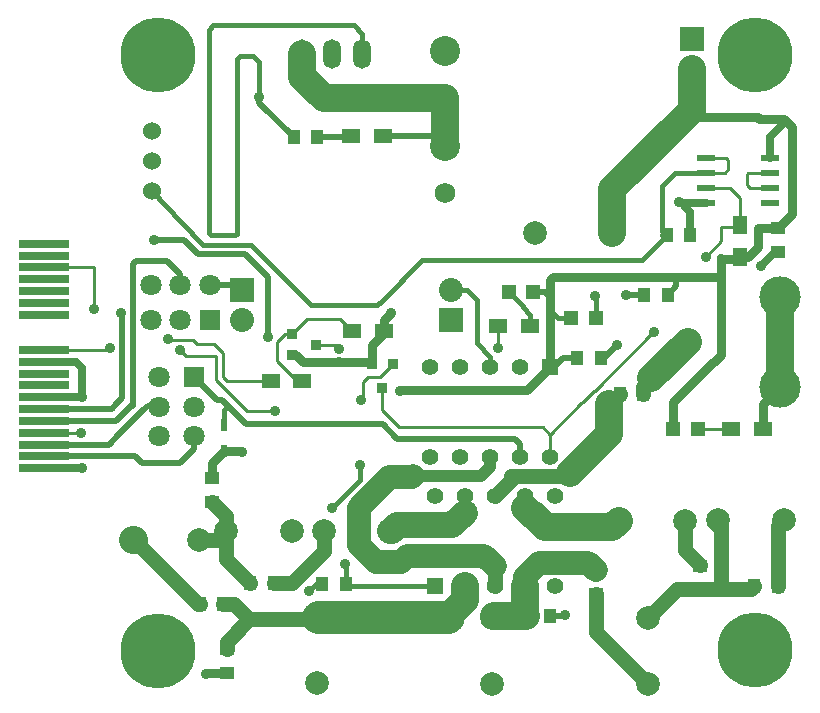
<source format=gtl>
%FSLAX46Y46*%
G04 Gerber Fmt 4.6, Leading zero omitted, Abs format (unit mm)*
G04 Created by KiCad (PCBNEW (2014-10-27 BZR 5228)-product) date 27/07/2015 07:41:13*
%MOMM*%
G01*
G04 APERTURE LIST*
%ADD10C,0.100000*%
%ADD11R,1.000000X1.250000*%
%ADD12R,1.250000X1.000000*%
%ADD13R,4.200000X0.700000*%
%ADD14R,1.397000X1.397000*%
%ADD15C,1.397000*%
%ADD16C,1.998980*%
%ADD17C,3.500000*%
%ADD18C,2.000000*%
%ADD19R,1.800000X1.800000*%
%ADD20C,1.800000*%
%ADD21C,2.540000*%
%ADD22C,1.727200*%
%ADD23R,1.550000X0.600000*%
%ADD24C,1.524000*%
%ADD25O,1.501140X2.499360*%
%ADD26R,1.500000X1.300000*%
%ADD27R,1.300000X1.500000*%
%ADD28R,1.198880X1.198880*%
%ADD29C,6.350000*%
%ADD30R,2.032000X2.032000*%
%ADD31O,2.032000X2.032000*%
%ADD32R,0.914400X0.914400*%
%ADD33R,0.599440X1.000760*%
%ADD34C,0.889000*%
%ADD35C,1.270000*%
%ADD36C,0.780000*%
%ADD37C,0.508000*%
%ADD38C,0.254000*%
%ADD39C,0.635000*%
%ADD40C,2.400000*%
%ADD41C,0.381000*%
%ADD42C,2.810000*%
%ADD43C,2.000000*%
%ADD44C,1.000000*%
%ADD45C,2.200000*%
G04 APERTURE END LIST*
D10*
D11*
X148950000Y-84200000D03*
X146950000Y-84200000D03*
X142650000Y-86000000D03*
X144650000Y-86000000D03*
D12*
X143700000Y-77350000D03*
X143700000Y-75350000D03*
X144950000Y-89850000D03*
X144950000Y-91850000D03*
X185000000Y-84750000D03*
X185000000Y-82750000D03*
X176175000Y-83125000D03*
X176175000Y-85125000D03*
D11*
X189600000Y-84500000D03*
X191600000Y-84500000D03*
X152600000Y-46450000D03*
X150600000Y-46450000D03*
D12*
X191600000Y-54200000D03*
X191600000Y-56200000D03*
D13*
X129500000Y-74500000D03*
X129500000Y-73500000D03*
X129500000Y-72500000D03*
X129500000Y-71500000D03*
X129500000Y-70500000D03*
X129500000Y-69500000D03*
X129500000Y-68500000D03*
X129500000Y-67500000D03*
X129500000Y-66500000D03*
X129500000Y-65500000D03*
X129500000Y-64500000D03*
X129500000Y-61500000D03*
X129500000Y-60500000D03*
X129500000Y-59500000D03*
X129500000Y-58500000D03*
X129500000Y-57500000D03*
X129500000Y-56500000D03*
X129500000Y-55500000D03*
D14*
X162560000Y-84455000D03*
D15*
X165100000Y-84455000D03*
X167640000Y-84455000D03*
X170180000Y-84455000D03*
X172720000Y-84455000D03*
X172720000Y-76835000D03*
X170180000Y-76835000D03*
X167640000Y-76835000D03*
X165100000Y-76835000D03*
X162560000Y-76835000D03*
D14*
X172339000Y-65913000D03*
D15*
X169799000Y-65913000D03*
X167259000Y-65913000D03*
X164719000Y-65913000D03*
X162179000Y-65913000D03*
X162179000Y-73533000D03*
X164719000Y-73533000D03*
X167259000Y-73533000D03*
X169799000Y-73533000D03*
X172339000Y-73533000D03*
D16*
X158792000Y-79796000D03*
X153204000Y-79796000D03*
X142592000Y-80596000D03*
X137004000Y-80596000D03*
X152546000Y-87108000D03*
X152546000Y-92696000D03*
X144908000Y-79804000D03*
X150496000Y-79804000D03*
X183717000Y-78946000D03*
X178129000Y-78946000D03*
X180604000Y-92792000D03*
X180604000Y-87204000D03*
X167396000Y-87208000D03*
X167396000Y-92796000D03*
X186508000Y-78904000D03*
X192096000Y-78904000D03*
D17*
X191800000Y-67600000D03*
X191800000Y-60000000D03*
D18*
X184000000Y-63800000D03*
D19*
X142200000Y-66800000D03*
D20*
X142200000Y-69300000D03*
X139200000Y-66800000D03*
X142200000Y-71800000D03*
X139200000Y-71800000D03*
X139200000Y-69300000D03*
D19*
X143500000Y-62000000D03*
D20*
X141000000Y-62000000D03*
X143500000Y-59000000D03*
X138500000Y-62000000D03*
X138500000Y-59000000D03*
X141000000Y-59000000D03*
D21*
X163461700Y-39199300D03*
D22*
X163461700Y-43199300D03*
D21*
X163461700Y-47199300D03*
D22*
X163461700Y-51199300D03*
D23*
X185501300Y-48234600D03*
X185501300Y-49504600D03*
X185501300Y-50774600D03*
X185501300Y-52044600D03*
X190901300Y-52044600D03*
X190901300Y-50774600D03*
X190901300Y-49504600D03*
X190901300Y-48234600D03*
D24*
X138600000Y-48460000D03*
X138600000Y-45920000D03*
X138600000Y-51000000D03*
D25*
X153893520Y-39451280D03*
X156433520Y-39451280D03*
X151353520Y-39451280D03*
D11*
X184200000Y-54800000D03*
X182200000Y-54800000D03*
D16*
X177599460Y-54600000D03*
X171000540Y-54600000D03*
D11*
X170300000Y-87000000D03*
X172300000Y-87000000D03*
D26*
X158200000Y-46400000D03*
X155500000Y-46400000D03*
D27*
X188400000Y-53950000D03*
X188400000Y-56650000D03*
D11*
X182300000Y-59800000D03*
X180300000Y-59800000D03*
D26*
X151350000Y-67150000D03*
X148650000Y-67150000D03*
D28*
X170899020Y-59550000D03*
X168800980Y-59550000D03*
X174100980Y-61750000D03*
X176199020Y-61750000D03*
X182750980Y-71200000D03*
X184849020Y-71200000D03*
D26*
X167950000Y-62500000D03*
X170650000Y-62500000D03*
X190350000Y-71200000D03*
X187650000Y-71200000D03*
D29*
X189700000Y-39500000D03*
X139100000Y-39500000D03*
X189700000Y-89900000D03*
X139100000Y-90000000D03*
D30*
X163950000Y-61950000D03*
D31*
X163950000Y-59410000D03*
D30*
X184300000Y-38200000D03*
D31*
X184300000Y-40740000D03*
D32*
X157211000Y-65684000D03*
X158989000Y-65684000D03*
X158100000Y-67716000D03*
X150484000Y-64939000D03*
X150484000Y-63161000D03*
X152516000Y-64050000D03*
D26*
X158250000Y-62900000D03*
X155550000Y-62900000D03*
D33*
X144750000Y-73049820D03*
X144750000Y-70850180D03*
D11*
X178200000Y-68200000D03*
X180200000Y-68200000D03*
X153025000Y-84275000D03*
X155025000Y-84275000D03*
X174600000Y-65150000D03*
X176600000Y-65150000D03*
D30*
X146200000Y-59400000D03*
D31*
X146200000Y-61940000D03*
D34*
X178750000Y-59800000D03*
X143150000Y-91900000D03*
X173550000Y-86950000D03*
X154450000Y-65550000D03*
X132600000Y-71500000D03*
X132700000Y-74500000D03*
X132700000Y-68500000D03*
X183200000Y-52000000D03*
X190200000Y-57400000D03*
X146200000Y-73100000D03*
X177950000Y-64050000D03*
X158850000Y-61350000D03*
X151925000Y-84875000D03*
X147700000Y-43100000D03*
X136000000Y-61400000D03*
X148400000Y-63400000D03*
X138800000Y-55200000D03*
X159600000Y-67950000D03*
X156200000Y-74200000D03*
X153875000Y-77850000D03*
X154975000Y-82625000D03*
X149050000Y-69700000D03*
X141025000Y-64525000D03*
X135050000Y-64300000D03*
X185500000Y-56600000D03*
X181150000Y-63000000D03*
X133700000Y-61050000D03*
X140000000Y-63575000D03*
X176150000Y-59950000D03*
X167950000Y-64325000D03*
X154450000Y-64400000D03*
X156300000Y-68750000D03*
D35*
X191600000Y-84500000D02*
X191600000Y-79400000D01*
D36*
X190350000Y-71200000D02*
X190350000Y-69050000D01*
X190350000Y-69050000D02*
X191800000Y-67600000D01*
D37*
X143500000Y-59000000D02*
X145800000Y-59000000D01*
X145800000Y-59000000D02*
X146200000Y-59400000D01*
X180300000Y-59800000D02*
X178750000Y-59800000D01*
D36*
X144950000Y-91850000D02*
X143200000Y-91850000D01*
X143200000Y-91850000D02*
X143150000Y-91900000D01*
X143700000Y-75350000D02*
X143700000Y-74099820D01*
X143700000Y-74099820D02*
X144750000Y-73049820D01*
D35*
X191600000Y-79400000D02*
X192096000Y-78904000D01*
X192150000Y-78958000D02*
X192096000Y-78904000D01*
D37*
X172300000Y-87000000D02*
X173500000Y-87000000D01*
X173500000Y-87000000D02*
X173550000Y-86950000D01*
D36*
X158250000Y-62900000D02*
X158250000Y-63050000D01*
X158250000Y-63050000D02*
X157211000Y-64089000D01*
X157211000Y-64089000D02*
X157211000Y-65684000D01*
X157077000Y-65550000D02*
X154450000Y-65550000D01*
X151400000Y-65550000D02*
X154450000Y-65550000D01*
X151400000Y-65550000D02*
X150789000Y-64939000D01*
X157077000Y-65550000D02*
X157211000Y-65684000D01*
X150484000Y-64939000D02*
X150789000Y-64939000D01*
D38*
X129500000Y-71500000D02*
X132600000Y-71500000D01*
D39*
X129500000Y-74500000D02*
X132700000Y-74500000D01*
X132700000Y-68500000D02*
X132600000Y-68500000D01*
X129500000Y-65500000D02*
X132200000Y-65500000D01*
X132200000Y-65500000D02*
X132700000Y-66000000D01*
X132700000Y-66000000D02*
X132700000Y-68400000D01*
X132700000Y-68400000D02*
X132600000Y-68500000D01*
X132600000Y-68500000D02*
X129500000Y-68500000D01*
X183400000Y-52000000D02*
X184200000Y-52800000D01*
X184200000Y-52800000D02*
X184200000Y-54800000D01*
X185501300Y-52044600D02*
X183244600Y-52044600D01*
X183244600Y-52044600D02*
X183200000Y-52000000D01*
X183200000Y-52000000D02*
X183400000Y-52000000D01*
X191400000Y-56200000D02*
X190200000Y-57400000D01*
X191600000Y-56200000D02*
X191400000Y-56200000D01*
D40*
X191800000Y-60000000D02*
X191800000Y-67600000D01*
D36*
X146149820Y-73049820D02*
X146200000Y-73100000D01*
X144750000Y-73049820D02*
X146149820Y-73049820D01*
D37*
X176850000Y-65150000D02*
X177950000Y-64050000D01*
X176600000Y-65150000D02*
X176850000Y-65150000D01*
D36*
X158250000Y-61950000D02*
X158850000Y-61350000D01*
X158250000Y-62900000D02*
X158250000Y-61950000D01*
D41*
X152525000Y-84275000D02*
X151925000Y-84875000D01*
X153025000Y-84275000D02*
X152525000Y-84275000D01*
D35*
X144950000Y-89850000D02*
X144950000Y-89216000D01*
X144950000Y-89216000D02*
X146858000Y-87308000D01*
X144650000Y-86000000D02*
X145550000Y-86000000D01*
X145550000Y-86000000D02*
X146858000Y-87308000D01*
X152496000Y-87308000D02*
X146858000Y-87308000D01*
X146858000Y-87308000D02*
X146850000Y-87300000D01*
D40*
X165100000Y-84455000D02*
X165100000Y-85700000D01*
X165100000Y-85700000D02*
X163700000Y-87100000D01*
D42*
X163700000Y-87100000D02*
X152704000Y-87100000D01*
D40*
X152704000Y-87100000D02*
X152496000Y-87308000D01*
D41*
X185250000Y-84500000D02*
X185000000Y-84750000D01*
D35*
X183058000Y-84750000D02*
X180604000Y-87204000D01*
X185000000Y-84750000D02*
X183058000Y-84750000D01*
X189350000Y-84750000D02*
X189600000Y-84500000D01*
X186750000Y-84750000D02*
X189350000Y-84750000D01*
X185000000Y-84750000D02*
X186750000Y-84750000D01*
D41*
X186750000Y-79146000D02*
X186508000Y-78904000D01*
D35*
X186750000Y-79600000D02*
X186750000Y-84750000D01*
X186508000Y-79358000D02*
X186750000Y-79600000D01*
X186508000Y-78904000D02*
X186508000Y-79358000D01*
X183717000Y-81392000D02*
X183717000Y-78946000D01*
X185000000Y-82675000D02*
X183717000Y-81392000D01*
D41*
X185000000Y-82750000D02*
X185000000Y-82675000D01*
D43*
X174300000Y-82500000D02*
X174350000Y-82500000D01*
X171400000Y-82500000D02*
X174300000Y-82500000D01*
D40*
X170300000Y-87000000D02*
X167604000Y-87000000D01*
D35*
X167604000Y-87000000D02*
X167396000Y-87208000D01*
D40*
X170180000Y-84455000D02*
X170180000Y-86880000D01*
D35*
X170180000Y-86880000D02*
X170300000Y-87000000D01*
D43*
X170180000Y-83720000D02*
X171400000Y-82500000D01*
D35*
X170180000Y-84455000D02*
X170180000Y-83720000D01*
D43*
X175550000Y-82500000D02*
X176175000Y-83125000D01*
X174300000Y-82500000D02*
X175550000Y-82500000D01*
D38*
X155450000Y-46450000D02*
X155500000Y-46400000D01*
D37*
X152600000Y-46450000D02*
X155450000Y-46450000D01*
D41*
X145500000Y-54800000D02*
X145650000Y-54800000D01*
X145800000Y-54650000D02*
X145800000Y-54300000D01*
X145650000Y-54800000D02*
X145800000Y-54650000D01*
X144100000Y-54800000D02*
X143600000Y-54800000D01*
X156433520Y-37733520D02*
X155700000Y-37000000D01*
X155700000Y-37000000D02*
X143800000Y-37000000D01*
X143800000Y-37000000D02*
X143400000Y-37400000D01*
X156433520Y-37733520D02*
X156433520Y-39451280D01*
X143400000Y-37400000D02*
X143400000Y-54600000D01*
X143600000Y-54800000D02*
X143400000Y-54600000D01*
X143700000Y-54800000D02*
X144100000Y-54800000D01*
X144100000Y-54800000D02*
X145500000Y-54800000D01*
X147700000Y-43100000D02*
X147700000Y-40100000D01*
X145800000Y-39900000D02*
X146100000Y-39600000D01*
X147200000Y-39600000D02*
X147700000Y-40100000D01*
X146100000Y-39600000D02*
X147200000Y-39600000D01*
X145800000Y-54300000D02*
X145800000Y-40000000D01*
X145800000Y-40000000D02*
X145800000Y-39900000D01*
D37*
X147700000Y-43550000D02*
X150600000Y-46450000D01*
X147700000Y-43100000D02*
X147700000Y-43550000D01*
X137000000Y-73500000D02*
X137200000Y-73500000D01*
X137800000Y-74100000D02*
X141000000Y-74100000D01*
X141000000Y-74100000D02*
X142200000Y-72900000D01*
X142200000Y-71800000D02*
X142200000Y-72900000D01*
X132900000Y-73500000D02*
X129500000Y-73500000D01*
X132900000Y-73500000D02*
X137000000Y-73500000D01*
X137200000Y-73500000D02*
X137800000Y-74100000D01*
X139100000Y-69200000D02*
X139200000Y-69300000D01*
X138250000Y-69200000D02*
X139100000Y-69200000D01*
X135800000Y-71650000D02*
X137850000Y-69600000D01*
X129500000Y-72500000D02*
X134950000Y-72500000D01*
X135800000Y-71650000D02*
X134950000Y-72500000D01*
X137850000Y-69600000D02*
X138250000Y-69200000D01*
X135600000Y-70500000D02*
X129500000Y-70500000D01*
X135600000Y-70500000D02*
X136250000Y-69850000D01*
X136250000Y-69850000D02*
X137000000Y-69100000D01*
X137000000Y-69200000D02*
X137000000Y-60600000D01*
X137000000Y-57200000D02*
X137250000Y-56950000D01*
X137250000Y-56950000D02*
X139900000Y-56950000D01*
X139900000Y-56950000D02*
X141000000Y-58050000D01*
X141000000Y-58050000D02*
X141000000Y-59000000D01*
X137000000Y-60600000D02*
X137000000Y-57200000D01*
X136100000Y-61500000D02*
X136000000Y-61400000D01*
X129500000Y-69500000D02*
X135200000Y-69500000D01*
X135200000Y-69500000D02*
X135600000Y-69100000D01*
X135600000Y-69100000D02*
X136100000Y-68600000D01*
X136100000Y-68600000D02*
X136100000Y-61500000D01*
X145000000Y-56400000D02*
X146500000Y-56400000D01*
X148400000Y-58300000D02*
X148400000Y-60350000D01*
X146500000Y-56400000D02*
X148400000Y-58300000D01*
D38*
X148400000Y-60350000D02*
X148400000Y-60300000D01*
D37*
X148400000Y-63400000D02*
X148400000Y-60350000D01*
X145000000Y-56400000D02*
X142800000Y-56400000D01*
X141300000Y-55200000D02*
X142500000Y-56400000D01*
X142500000Y-56400000D02*
X142800000Y-56400000D01*
X138800000Y-55200000D02*
X141300000Y-55200000D01*
D43*
X166850000Y-82100000D02*
X166700000Y-81950000D01*
X166700000Y-81950000D02*
X160200000Y-81950000D01*
X160200000Y-81950000D02*
X159675000Y-82475000D01*
X159675000Y-82475000D02*
X157550000Y-82475000D01*
X157550000Y-82475000D02*
X156100000Y-81025000D01*
X156100000Y-81025000D02*
X156100000Y-77875000D01*
X156100000Y-77875000D02*
X158700000Y-75275000D01*
X158700000Y-75275000D02*
X160600000Y-75275000D01*
X160600000Y-75275000D02*
X160700000Y-75175000D01*
D44*
X160700000Y-75175000D02*
X166450000Y-75175000D01*
X167259000Y-74366000D02*
X167259000Y-73533000D01*
X166450000Y-75175000D02*
X167259000Y-74366000D01*
D35*
X167640000Y-84455000D02*
X167640000Y-82790000D01*
D43*
X167640000Y-82790000D02*
X166950000Y-82100000D01*
X166950000Y-82100000D02*
X166850000Y-82100000D01*
D41*
X167259000Y-65059000D02*
X166100000Y-63900000D01*
X166100000Y-63900000D02*
X166100000Y-60250000D01*
X166100000Y-60250000D02*
X165260000Y-59410000D01*
X165260000Y-59410000D02*
X163950000Y-59410000D01*
X167259000Y-65913000D02*
X167259000Y-65059000D01*
D40*
X151353520Y-41353520D02*
X153199300Y-43199300D01*
X155499300Y-43199300D02*
X163461700Y-43199300D01*
X153199300Y-43199300D02*
X155499300Y-43199300D01*
X151353520Y-39451280D02*
X151353520Y-41353520D01*
X163461700Y-43199300D02*
X163461700Y-47199300D01*
D37*
X162662400Y-46400000D02*
X163461700Y-47199300D01*
X158200000Y-46400000D02*
X162662400Y-46400000D01*
D38*
X189225400Y-50774600D02*
X189000000Y-50549200D01*
X189000000Y-50549200D02*
X189000000Y-49600000D01*
X189000000Y-49600000D02*
X189095400Y-49504600D01*
X189095400Y-49504600D02*
X190901300Y-49504600D01*
X190901300Y-50774600D02*
X189225400Y-50774600D01*
D41*
X157350000Y-60700000D02*
X157700000Y-60700000D01*
X157700000Y-60700000D02*
X158050000Y-60350000D01*
X145500000Y-55600000D02*
X147000000Y-55600000D01*
X147000000Y-55600000D02*
X152100000Y-60700000D01*
X161500000Y-56900000D02*
X171800000Y-56900000D01*
X158050000Y-60350000D02*
X161500000Y-56900000D01*
X152100000Y-60700000D02*
X157350000Y-60700000D01*
X171800000Y-56900000D02*
X180100000Y-56900000D01*
X182200000Y-54800000D02*
X180100000Y-56900000D01*
X141050000Y-53700000D02*
X138600000Y-51000000D01*
X142950000Y-55600000D02*
X141050000Y-53700000D01*
X145500000Y-55600000D02*
X142950000Y-55600000D01*
X185501300Y-49504600D02*
X182895400Y-49504600D01*
X182895400Y-49504600D02*
X181800000Y-50600000D01*
X181800000Y-50600000D02*
X181800000Y-54400000D01*
D38*
X181800000Y-54400000D02*
X182200000Y-54800000D01*
X187104600Y-49504600D02*
X187400000Y-49209200D01*
X187234600Y-48234600D02*
X185501300Y-48234600D01*
X185501300Y-49504600D02*
X187104600Y-49504600D01*
X187400000Y-49209200D02*
X187400000Y-48400000D01*
X187400000Y-48400000D02*
X187234600Y-48234600D01*
D41*
X182200000Y-54800000D02*
X181800000Y-54800000D01*
X174100980Y-61750000D02*
X172950000Y-61750000D01*
X172950000Y-61750000D02*
X172339000Y-61139000D01*
D36*
X186150000Y-65500000D02*
X186200000Y-65500000D01*
X186150000Y-65500000D02*
X182750980Y-68899020D01*
X182750980Y-71200000D02*
X182750980Y-68899020D01*
X186200000Y-65500000D02*
X186800000Y-64900000D01*
X186800000Y-58300000D02*
X186800000Y-64900000D01*
D37*
X183000000Y-58300000D02*
X183000000Y-59100000D01*
X183000000Y-59100000D02*
X182300000Y-59800000D01*
D36*
X172339000Y-58561000D02*
X172600000Y-58300000D01*
X172600000Y-58300000D02*
X173200000Y-58300000D01*
X173200000Y-58300000D02*
X179550000Y-58300000D01*
X179550000Y-58300000D02*
X183000000Y-58300000D01*
X183000000Y-58300000D02*
X186150000Y-58300000D01*
X186150000Y-58300000D02*
X186800000Y-58300000D01*
X172339000Y-60039000D02*
X172339000Y-58561000D01*
D37*
X171850000Y-59550000D02*
X172339000Y-60039000D01*
D36*
X187300000Y-44800000D02*
X184900000Y-44800000D01*
X187300000Y-44800000D02*
X189899460Y-44800000D01*
X192100000Y-44898740D02*
X189998200Y-44898740D01*
D39*
X189998200Y-44898740D02*
X189899460Y-44800000D01*
D40*
X184300000Y-40740000D02*
X184300000Y-44200000D01*
X177599460Y-50900540D02*
X183800000Y-44700000D01*
X184300000Y-44200000D02*
X183800000Y-44700000D01*
X177599460Y-50900540D02*
X177599460Y-54600000D01*
D36*
X186800000Y-56800000D02*
X188250000Y-56800000D01*
D39*
X188250000Y-56800000D02*
X188400000Y-56650000D01*
D36*
X191600000Y-54200000D02*
X189900000Y-54200000D01*
X189900000Y-54200000D02*
X189900000Y-55800000D01*
X189900000Y-55800000D02*
X189050000Y-56650000D01*
D39*
X189050000Y-56650000D02*
X188400000Y-56650000D01*
D36*
X186800000Y-58300000D02*
X186800000Y-56800000D01*
D39*
X186800000Y-56800000D02*
X186800000Y-56750000D01*
X192200000Y-45200000D02*
X192401260Y-45200000D01*
X190901300Y-46498700D02*
X192200000Y-45200000D01*
X190901300Y-48234600D02*
X190901300Y-46498700D01*
X192100000Y-44898740D02*
X192401260Y-45200000D01*
D36*
X192800000Y-53000000D02*
X192800000Y-45598740D01*
X192800000Y-45598740D02*
X192100000Y-44898740D01*
X191600000Y-54200000D02*
X192800000Y-53000000D01*
D38*
X172313000Y-65913000D02*
X172339000Y-65913000D01*
D36*
X172339000Y-63800000D02*
X172339000Y-65913000D01*
D39*
X172339000Y-63639000D02*
X172339000Y-63800000D01*
X186800000Y-58300000D02*
X186900000Y-58300000D01*
D36*
X172339000Y-63739000D02*
X172339000Y-61139000D01*
X172339000Y-61139000D02*
X172339000Y-60039000D01*
D39*
X172339000Y-63800000D02*
X172339000Y-63739000D01*
D36*
X162400000Y-67900000D02*
X170352000Y-67900000D01*
X170352000Y-67900000D02*
X172339000Y-65913000D01*
X159650000Y-67900000D02*
X162400000Y-67900000D01*
X159600000Y-67950000D02*
X159650000Y-67900000D01*
D37*
X173400000Y-65150000D02*
X174600000Y-65150000D01*
X172637000Y-65913000D02*
X173400000Y-65150000D01*
X172339000Y-65913000D02*
X172637000Y-65913000D01*
X170899020Y-59550000D02*
X171850000Y-59550000D01*
D41*
X156175000Y-74225000D02*
X156200000Y-74200000D01*
X162560000Y-84455000D02*
X155205000Y-84455000D01*
X156200000Y-75525000D02*
X153875000Y-77850000D01*
X154975000Y-82625000D02*
X155025000Y-82675000D01*
X155025000Y-82675000D02*
X155025000Y-84275000D01*
X156200000Y-74200000D02*
X156200000Y-75525000D01*
D35*
X176175000Y-88363000D02*
X180604000Y-92792000D01*
X176175000Y-85125000D02*
X176175000Y-88363000D01*
D38*
X144050000Y-65000000D02*
X141750000Y-65000000D01*
X144050000Y-67050000D02*
X146700000Y-69700000D01*
X146700000Y-69700000D02*
X149050000Y-69700000D01*
X144050000Y-65000000D02*
X144050000Y-67050000D01*
X141500000Y-65000000D02*
X141750000Y-65000000D01*
X141025000Y-64525000D02*
X141500000Y-65000000D01*
X134550000Y-64500000D02*
X134850000Y-64500000D01*
X134550000Y-64500000D02*
X133000000Y-64500000D01*
X134850000Y-64500000D02*
X135050000Y-64300000D01*
X133150000Y-64500000D02*
X132950000Y-64500000D01*
X132950000Y-64500000D02*
X132500000Y-64500000D01*
X129500000Y-64500000D02*
X132500000Y-64500000D01*
X186800000Y-54100000D02*
X188250000Y-54100000D01*
X185500000Y-56600000D02*
X186800000Y-55300000D01*
X186800000Y-55300000D02*
X186800000Y-54100000D01*
X175100000Y-68900000D02*
X176050000Y-67950000D01*
X174975000Y-69025000D02*
X175100000Y-68900000D01*
X172339000Y-71661000D02*
X174975000Y-69025000D01*
X181050000Y-63000000D02*
X181150000Y-63000000D01*
X176100000Y-67950000D02*
X181050000Y-63000000D01*
X176050000Y-67950000D02*
X176100000Y-67950000D01*
X158100000Y-67716000D02*
X158100000Y-69550000D01*
X171678000Y-71000000D02*
X172339000Y-71661000D01*
X159550000Y-71000000D02*
X171678000Y-71000000D01*
X158100000Y-69550000D02*
X159550000Y-71000000D01*
X188400000Y-53950000D02*
X188400000Y-51600000D01*
X187574600Y-50774600D02*
X185501300Y-50774600D01*
X188400000Y-51600000D02*
X187574600Y-50774600D01*
X172339000Y-71661000D02*
X172339000Y-73533000D01*
X188250000Y-54100000D02*
X188400000Y-53950000D01*
X129500000Y-57500000D02*
X133600000Y-57500000D01*
X133700000Y-61050000D02*
X133700000Y-57500000D01*
X133700000Y-57500000D02*
X133600000Y-57500000D01*
X142425000Y-63950000D02*
X142125000Y-63650000D01*
X144650000Y-64750000D02*
X144650000Y-66800000D01*
X145000000Y-67150000D02*
X148650000Y-67150000D01*
X144650000Y-66800000D02*
X145000000Y-67150000D01*
X144650000Y-64750000D02*
X143850000Y-63950000D01*
X143850000Y-63950000D02*
X142425000Y-63950000D01*
X140075000Y-63650000D02*
X142125000Y-63650000D01*
X140000000Y-63575000D02*
X140075000Y-63650000D01*
D41*
X170650000Y-62500000D02*
X170650000Y-61500000D01*
X170050000Y-60799020D02*
X168800980Y-59550000D01*
X170050000Y-60900000D02*
X170050000Y-60799020D01*
X170650000Y-61500000D02*
X170050000Y-60900000D01*
D38*
X168300000Y-59550000D02*
X168800980Y-59550000D01*
D41*
X176199020Y-61750000D02*
X176199020Y-59999020D01*
X176199020Y-59999020D02*
X176150000Y-59950000D01*
D38*
X184849020Y-71200000D02*
X187650000Y-71200000D01*
X167950000Y-64325000D02*
X167950000Y-62500000D01*
X154100000Y-64050000D02*
X154450000Y-64400000D01*
X152516000Y-64050000D02*
X154100000Y-64050000D01*
X157923000Y-66750000D02*
X158989000Y-65684000D01*
X156900000Y-66750000D02*
X157923000Y-66750000D01*
X156450000Y-67200000D02*
X156900000Y-66750000D01*
X156450000Y-68600000D02*
X156450000Y-67200000D01*
X156300000Y-68750000D02*
X156450000Y-68600000D01*
X150484000Y-63161000D02*
X149889000Y-63161000D01*
X149200000Y-65450000D02*
X150900000Y-67150000D01*
X149200000Y-63850000D02*
X149200000Y-65450000D01*
X149889000Y-63161000D02*
X149200000Y-63850000D01*
X150900000Y-67150000D02*
X151350000Y-67150000D01*
X150484000Y-63161000D02*
X150489000Y-63161000D01*
X150489000Y-63161000D02*
X151750000Y-61900000D01*
X154550000Y-61900000D02*
X155550000Y-62900000D01*
X151750000Y-61900000D02*
X154550000Y-61900000D01*
D37*
X169350000Y-72050000D02*
X159400000Y-72050000D01*
X169799000Y-72499000D02*
X169350000Y-72050000D01*
X169799000Y-73533000D02*
X169799000Y-72499000D01*
X158150000Y-70800000D02*
X153250000Y-70800000D01*
X159400000Y-72050000D02*
X158150000Y-70800000D01*
X147800000Y-70800000D02*
X153250000Y-70800000D01*
X147800000Y-70800000D02*
X146600000Y-70800000D01*
X145050000Y-69250000D02*
X144500000Y-68700000D01*
X146600000Y-70800000D02*
X145050000Y-69250000D01*
X144500000Y-68700000D02*
X144100000Y-68700000D01*
X144100000Y-68700000D02*
X142200000Y-66800000D01*
D41*
X144750000Y-69550000D02*
X145050000Y-69250000D01*
X144750000Y-70850180D02*
X144750000Y-69550000D01*
D35*
X174000000Y-75200000D02*
X174000000Y-74950000D01*
X169000000Y-75475000D02*
X167640000Y-76835000D01*
X169000000Y-75200000D02*
X169000000Y-75475000D01*
X174000000Y-75200000D02*
X169000000Y-75200000D01*
D40*
X177330000Y-70450000D02*
X177330000Y-71620000D01*
X174000000Y-74950000D02*
X177330000Y-71620000D01*
D35*
X177350000Y-70450000D02*
X177330000Y-70450000D01*
X177330000Y-70270000D02*
X177330000Y-70450000D01*
X177330000Y-69070000D02*
X178200000Y-68200000D01*
D40*
X177330000Y-70450000D02*
X177330000Y-69070000D01*
X184000000Y-63800000D02*
X180900000Y-66900000D01*
D35*
X180900000Y-66900000D02*
X180200000Y-67600000D01*
X180200000Y-68200000D02*
X180200000Y-67600000D01*
X148950000Y-84200000D02*
X150500000Y-84200000D01*
X153204000Y-81496000D02*
X153204000Y-79796000D01*
X150500000Y-84200000D02*
X153204000Y-81496000D01*
X142592000Y-80596000D02*
X144116000Y-80596000D01*
X144116000Y-80596000D02*
X144908000Y-79804000D01*
X144908000Y-79804000D02*
X144908000Y-78558000D01*
X144908000Y-78558000D02*
X143700000Y-77350000D01*
X145775000Y-83100000D02*
X144908000Y-82233000D01*
X144908000Y-82233000D02*
X144908000Y-79804000D01*
X146950000Y-84200000D02*
X145850000Y-83100000D01*
X145850000Y-83100000D02*
X145775000Y-83100000D01*
D40*
X137004000Y-80596000D02*
X137096000Y-80596000D01*
D35*
X137096000Y-80596000D02*
X141300000Y-84800000D01*
X142500000Y-86000000D02*
X141300000Y-84800000D01*
X142650000Y-86000000D02*
X142500000Y-86000000D01*
D40*
X177600000Y-79475000D02*
X178129000Y-78946000D01*
X170925000Y-78500000D02*
X171900000Y-79475000D01*
X171900000Y-79475000D02*
X177600000Y-79475000D01*
X170180000Y-77880000D02*
X170800000Y-78500000D01*
D35*
X170180000Y-76835000D02*
X170180000Y-77880000D01*
D40*
X170800000Y-78500000D02*
X170925000Y-78500000D01*
D45*
X165075000Y-78325000D02*
X165100000Y-78300000D01*
X164050000Y-79350000D02*
X165075000Y-78325000D01*
X159350000Y-79350000D02*
X164050000Y-79350000D01*
X158904000Y-79796000D02*
X159350000Y-79350000D01*
X158792000Y-79796000D02*
X158904000Y-79796000D01*
D36*
X165075000Y-76860000D02*
X165100000Y-76835000D01*
X165075000Y-78325000D02*
X165075000Y-76860000D01*
M02*

</source>
